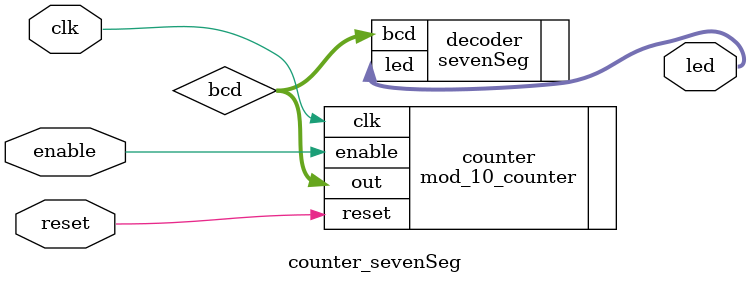
<source format=v>
module counter_sevenSeg(
	input clk,
	input reset,
	input enable,    // Enable input for counting
    output [6:0] led
);

	wire [3:0]bcd;
	mod_10_counter counter(
		.clk   (clk),
		.enable(enable),
		.reset (reset),
		.out   (bcd)
	);

	sevenSeg decoder(
		.bcd(bcd),
		.led(led)
	);
endmodule
</source>
